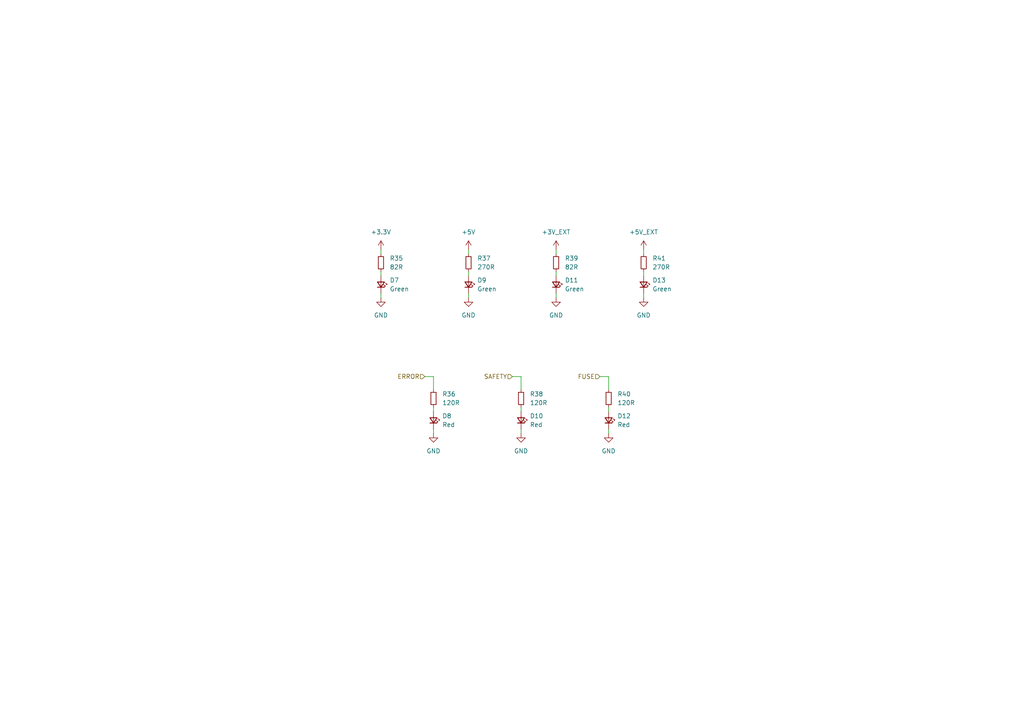
<source format=kicad_sch>
(kicad_sch (version 20230121) (generator eeschema)
  (paper "A4")
  (title_block (title "LEDs") (date "2024-04-28") (rev "${REVISION}") (company "Author: I. Kajdan") (comment 1 "Reviewer:"))
  (lib_symbols
    (symbol "Device:LED_Small" (pin_numbers hide) (pin_names (offset 0.254) hide)
      (property "Reference" "D" (at -1.27 3.175 0))
      (property "Value" "LED_Small" (at -4.445 -2.54 0))
      (symbol "LED_Small_0_1"
        (polyline (pts (xy -0.762 -1.016) (xy -0.762 1.016)) (stroke (width 0.254)))
        (polyline (pts (xy 1.016 0) (xy -0.762 0)))
        (polyline (pts (xy 0.762 -1.016) (xy -0.762 0) (xy 0.762 1.016) (xy 0.762 -1.016)) (stroke (width 0.254)))
        (polyline (pts (xy 0 0.762) (xy -0.508 1.27) (xy -0.254 1.27) (xy -0.508 1.27) (xy -0.508 1.016)))
        (polyline (pts (xy 0.508 1.27) (xy 0 1.778) (xy 0.254 1.778) (xy 0 1.778) (xy 0 1.524)))
      )
      (symbol "LED_Small_1_1"
        (pin passive line (at -2.54 0 0) (length 1.778) (name "K") (number "1"))
        (pin passive line (at 2.54 0 180) (length 1.778) (name "A") (number "2"))
      )
    )
    (symbol "Device:R_Small" (pin_numbers hide) (pin_names (offset 0.254) hide)
      (property "Reference" "R" (at 0.762 0.508 0))
      (property "Value" "R_Small" (at 0.762 -1.016 0))
      (symbol "R_Small_0_1"
        (rectangle (start -0.762 1.778) (end 0.762 -1.778) (stroke (width 0.2032)))
      )
      (symbol "R_Small_1_1"
        (pin passive line (at 0 2.54 270) (length 0.762) (name "~") (number "1"))
        (pin passive line (at 0 -2.54 90) (length 0.762) (name "~") (number "2"))
      )
    )
    (symbol "Power_Ports:+3V_EXT" (power) (pin_names (offset 0))
      (property "Value" "+3V_EXT" (at 0 5.08 0))
      (symbol "+3V_EXT_0_1"
        (polyline (pts (xy -0.762 1.27) (xy 0 2.54)))
        (polyline (pts (xy 0 0) (xy 0 2.54)))
        (polyline (pts (xy 0 2.54) (xy 0.762 1.27)))
      )
      (symbol "+3V_EXT_1_1"
        (pin power_in line (at 0 0 90) (length 0) hide (name "+3V_EXT") (number "1"))
      )
    )
    (symbol "Power_Ports:+5V_EXT" (power) (pin_names (offset 0))
      (property "Value" "+5V_EXT" (at 0 5.08 0))
      (symbol "+5V_EXT_0_1"
        (polyline (pts (xy -0.762 1.27) (xy 0 2.54)))
        (polyline (pts (xy 0 0) (xy 0 2.54)))
        (polyline (pts (xy 0 2.54) (xy 0.762 1.27)))
      )
      (symbol "+5V_EXT_1_1"
        (pin power_in line (at 0 0 90) (length 0) hide (name "+5V_EXT") (number "1"))
      )
    )
    (symbol "power:+3.3V" (power) (pin_names (offset 0))
      (property "Value" "+3.3V" (at 0 3.556 0))
      (symbol "+3.3V_0_1"
        (polyline (pts (xy -0.762 1.27) (xy 0 2.54)))
        (polyline (pts (xy 0 0) (xy 0 2.54)))
        (polyline (pts (xy 0 2.54) (xy 0.762 1.27)))
      )
      (symbol "+3.3V_1_1"
        (pin power_in line (at 0 0 90) (length 0) hide (name "+3.3V") (number "1"))
      )
    )
    (symbol "power:+5V" (power) (pin_names (offset 0))
      (property "Value" "+5V" (at 0 3.556 0))
      (symbol "+5V_0_1"
        (polyline (pts (xy -0.762 1.27) (xy 0 2.54)))
        (polyline (pts (xy 0 0) (xy 0 2.54)))
        (polyline (pts (xy 0 2.54) (xy 0.762 1.27)))
      )
      (symbol "+5V_1_1"
        (pin power_in line (at 0 0 90) (length 0) hide (name "+5V") (number "1"))
      )
    )
    (symbol "power:GND" (power) (pin_names (offset 0))
      (property "Value" "GND" (at 0 -3.81 0))
      (symbol "GND_0_1"
        (polyline (pts (xy 0 0) (xy 0 -1.27) (xy 1.27 -1.27) (xy 0 -2.54) (xy -1.27 -1.27) (xy 0 -1.27)))
      )
      (symbol "GND_1_1"
        (pin power_in line (at 0 0 270) (length 0) hide (name "GND") (number "1"))
      )
    )
  )
  (wire (pts (xy 186.69 86.36) (xy 186.69 85.09)))
  (wire (pts (xy 176.53 118.11) (xy 176.53 119.38)))
  (wire (pts (xy 173.99 109.22) (xy 176.53 109.22)))
  (wire (pts (xy 148.59 109.22) (xy 151.13 109.22)))
  (wire (pts (xy 135.89 78.74) (xy 135.89 80.01)))
  (wire (pts (xy 151.13 124.46) (xy 151.13 125.73)))
  (wire (pts (xy 176.53 109.22) (xy 176.53 113.03)))
  (wire (pts (xy 135.89 72.39) (xy 135.89 73.66)))
  (wire (pts (xy 110.49 72.39) (xy 110.49 73.66)))
  (wire (pts (xy 151.13 109.22) (xy 151.13 113.03)))
  (wire (pts (xy 135.89 86.36) (xy 135.89 85.09)))
  (wire (pts (xy 151.13 118.11) (xy 151.13 119.38)))
  (wire (pts (xy 123.19 109.22) (xy 125.73 109.22)))
  (wire (pts (xy 125.73 124.46) (xy 125.73 125.73)))
  (wire (pts (xy 110.49 78.74) (xy 110.49 80.01)))
  (wire (pts (xy 176.53 124.46) (xy 176.53 125.73)))
  (wire (pts (xy 186.69 72.39) (xy 186.69 73.66)))
  (wire (pts (xy 161.29 78.74) (xy 161.29 80.01)))
  (wire (pts (xy 125.73 118.11) (xy 125.73 119.38)))
  (wire (pts (xy 110.49 85.09) (xy 110.49 86.36)))
  (wire (pts (xy 186.69 78.74) (xy 186.69 80.01)))
  (wire (pts (xy 161.29 72.39) (xy 161.29 73.66)))
  (wire (pts (xy 161.29 85.09) (xy 161.29 86.36)))
  (wire (pts (xy 125.73 109.22) (xy 125.73 113.03)))
  (hierarchical_label "SAFETY" (shape input) (at 148.59 109.22 180))
  (hierarchical_label "FUSE" (shape input) (at 173.99 109.22 180))
  (hierarchical_label "ERROR" (shape input) (at 123.19 109.22 180))
  (symbol (lib_id "power:+5V") (at 135.89 72.39 0) (unit 1)
    (property "Reference" "#PWR099" (effects hide))
    (property "Value" "+5V" (at 135.89 67.31 0))
  )
  (symbol (lib_id "power:GND") (at 186.69 86.36 0) (unit 1)
    (property "Reference" "#PWR0106" (effects hide))
    (property "Value" "GND" (at 186.69 91.44 0))
  )
  (symbol (lib_id "Device:LED_Small") (at 161.29 82.55 270) (mirror x) (unit 1)
    (property "Reference" "D11" (at 163.83 81.28 90) (effects (justify left)))
    (property "Value" "Green" (at 163.83 83.82 90) (effects (justify left)))
    (property "Footprint" "LED_SMD:LED_0603_1608Metric" (effects hide))
  )
  (symbol (lib_id "Device:R_Small") (at 186.69 76.2 0) (mirror y) (unit 1)
    (property "Reference" "R41" (at 189.23 74.93 0) (effects (justify right)))
    (property "Value" "270R" (at 189.23 77.47 0) (effects (justify right)))
    (property "Footprint" "Resistor_SMD:R_0603_1608Metric" (effects hide))
  )
  (symbol (lib_id "Device:LED_Small") (at 186.69 82.55 270) (mirror x) (unit 1)
    (property "Reference" "D13" (at 189.23 81.28 90) (effects (justify left)))
    (property "Value" "Green" (at 189.23 83.82 90) (effects (justify left)))
    (property "Footprint" "LED_SMD:LED_0603_1608Metric" (effects hide))
  )
  (symbol (lib_id "Device:R_Small") (at 110.49 76.2 0) (mirror y) (unit 1)
    (property "Reference" "R35" (at 113.03 74.93 0) (effects (justify right)))
    (property "Value" "82R" (at 113.03 77.47 0) (effects (justify right)))
    (property "Footprint" "Resistor_SMD:R_0603_1608Metric" (effects hide))
  )
  (symbol (lib_id "power:+3.3V") (at 110.49 72.39 0) (unit 1)
    (property "Reference" "#PWR096" (effects hide))
    (property "Value" "+3.3V" (at 110.49 67.31 0))
  )
  (symbol (lib_id "Device:R_Small") (at 135.89 76.2 0) (mirror y) (unit 1)
    (property "Reference" "R37" (at 138.43 74.93 0) (effects (justify right)))
    (property "Value" "270R" (at 138.43 77.47 0) (effects (justify right)))
    (property "Footprint" "Resistor_SMD:R_0603_1608Metric" (effects hide))
  )
  (symbol (lib_id "power:GND") (at 176.53 125.73 0) (unit 1)
    (property "Reference" "#PWR0104" (effects hide))
    (property "Value" "GND" (at 176.53 130.81 0))
    (instances (project "rearbox" (path "" (reference "#PWR0104") (unit 1))) (project "suspension_tension_meter" (path "" (reference "#PWR?") (unit 1))))
  )
  (symbol (lib_id "power:GND") (at 125.73 125.73 0) (unit 1)
    (property "Reference" "#PWR098" (effects hide))
    (property "Value" "GND" (at 125.73 130.81 0))
    (instances (project "rearbox" (path "" (reference "#PWR098") (unit 1))) (project "suspension_tension_meter" (path "" (reference "#PWR?") (unit 1))))
  )
  (symbol (lib_id "Device:LED_Small") (at 125.73 121.92 270) (mirror x) (unit 1)
    (property "Reference" "D8" (at 128.27 120.65 90) (effects (justify left)))
    (property "Value" "Red" (at 128.27 123.19 90) (effects (justify left)))
    (property "Footprint" "LED_SMD:LED_0603_1608Metric" (effects hide))
  )
  (symbol (lib_id "power:GND") (at 110.49 86.36 0) (unit 1)
    (property "Reference" "#PWR097" (effects hide))
    (property "Value" "GND" (at 110.49 91.44 0))
  )
  (symbol (lib_id "Device:R_Small") (at 176.53 115.57 0) (mirror y) (unit 1)
    (property "Reference" "R40" (at 179.07 114.3 0) (effects (justify right)))
    (property "Value" "120R" (at 179.07 116.84 0) (effects (justify right)))
    (property "Footprint" "Resistor_SMD:R_0603_1608Metric" (effects hide))
    (instances (project "rearbox" (path "" (reference "R40") (unit 1))) (project "suspension_tension_meter" (path "" (reference "R?") (unit 1))))
  )
  (symbol (lib_id "Device:R_Small") (at 125.73 115.57 0) (mirror y) (unit 1)
    (property "Reference" "R36" (at 128.27 114.3 0) (effects (justify right)))
    (property "Value" "120R" (at 128.27 116.84 0) (effects (justify right)))
    (property "Footprint" "Resistor_SMD:R_0603_1608Metric" (effects hide))
    (instances (project "rearbox" (path "" (reference "R36") (unit 1))) (project "suspension_tension_meter" (path "" (reference "R?") (unit 1))))
  )
  (symbol (lib_id "Device:R_Small") (at 151.13 115.57 0) (mirror y) (unit 1)
    (property "Reference" "R38" (at 153.67 114.3 0) (effects (justify right)))
    (property "Value" "120R" (at 153.67 116.84 0) (effects (justify right)))
    (property "Footprint" "Resistor_SMD:R_0603_1608Metric" (effects hide))
    (instances (project "rearbox" (path "" (reference "R38") (unit 1))) (project "suspension_tension_meter" (path "" (reference "R?") (unit 1))))
  )
  (symbol (lib_id "Power_Ports:+3V_EXT") (at 161.29 72.39 0) (unit 1)
    (property "Reference" "#PWR0102" (effects hide))
    (property "Value" "+3V_EXT" (at 161.29 67.31 0))
  )
  (symbol (lib_id "Device:LED_Small") (at 110.49 82.55 270) (mirror x) (unit 1)
    (property "Reference" "D7" (at 113.03 81.28 90) (effects (justify left)))
    (property "Value" "Green" (at 113.03 83.82 90) (effects (justify left)))
    (property "Footprint" "LED_SMD:LED_0603_1608Metric" (effects hide))
  )
  (symbol (lib_id "Device:LED_Small") (at 135.89 82.55 270) (mirror x) (unit 1)
    (property "Reference" "D9" (at 138.43 81.28 90) (effects (justify left)))
    (property "Value" "Green" (at 138.43 83.82 90) (effects (justify left)))
    (property "Footprint" "LED_SMD:LED_0603_1608Metric" (effects hide))
  )
  (symbol (lib_id "power:GND") (at 151.13 125.73 0) (unit 1)
    (property "Reference" "#PWR0101" (effects hide))
    (property "Value" "GND" (at 151.13 130.81 0))
    (instances (project "rearbox" (path "" (reference "#PWR0101") (unit 1))) (project "suspension_tension_meter" (path "" (reference "#PWR?") (unit 1))))
  )
  (symbol (lib_id "Device:R_Small") (at 161.29 76.2 0) (mirror y) (unit 1)
    (property "Reference" "R39" (at 163.83 74.93 0) (effects (justify right)))
    (property "Value" "82R" (at 163.83 77.47 0) (effects (justify right)))
    (property "Footprint" "Resistor_SMD:R_0603_1608Metric" (effects hide))
  )
  (symbol (lib_id "Power_Ports:+5V_EXT") (at 186.69 72.39 0) (unit 1)
    (property "Reference" "#PWR0105" (effects hide))
    (property "Value" "+5V_EXT" (at 186.69 67.31 0))
  )
  (symbol (lib_id "Device:LED_Small") (at 151.13 121.92 270) (mirror x) (unit 1)
    (property "Reference" "D10" (at 153.67 120.65 90) (effects (justify left)))
    (property "Value" "Red" (at 153.67 123.19 90) (effects (justify left)))
    (property "Footprint" "LED_SMD:LED_0603_1608Metric" (effects hide))
  )
  (symbol (lib_id "power:GND") (at 135.89 86.36 0) (unit 1)
    (property "Reference" "#PWR0100" (effects hide))
    (property "Value" "GND" (at 135.89 91.44 0))
  )
  (symbol (lib_id "power:GND") (at 161.29 86.36 0) (unit 1)
    (property "Reference" "#PWR0103" (effects hide))
    (property "Value" "GND" (at 161.29 91.44 0))
  )
  (symbol (lib_id "Device:LED_Small") (at 176.53 121.92 270) (mirror x) (unit 1)
    (property "Reference" "D12" (at 179.07 120.65 90) (effects (justify left)))
    (property "Value" "Red" (at 179.07 123.19 90) (effects (justify left)))
    (property "Footprint" "LED_SMD:LED_0603_1608Metric" (effects hide))
  )
)
</source>
